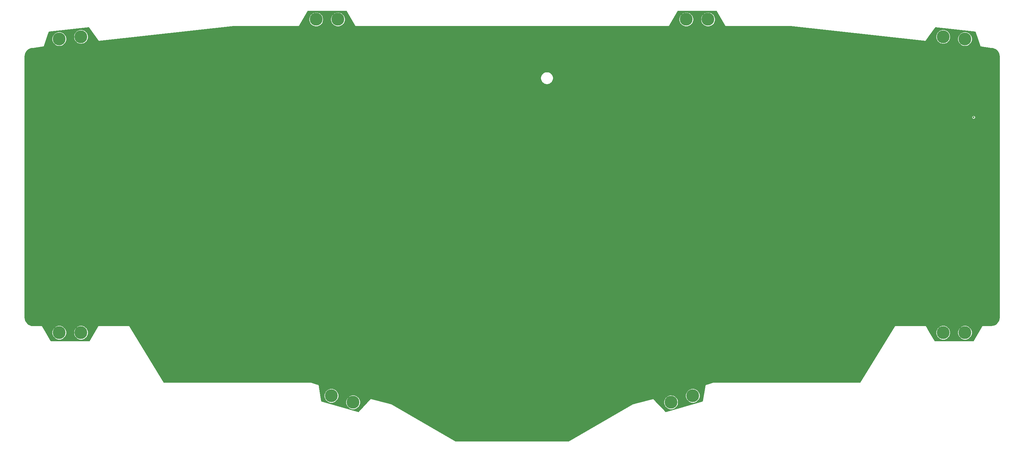
<source format=gbr>
G04 #@! TF.GenerationSoftware,KiCad,Pcbnew,(5.1.4-0)*
G04 #@! TF.CreationDate,2021-11-04T11:38:30-05:00*
G04 #@! TF.ProjectId,bottom_plate,626f7474-6f6d-45f7-906c-6174652e6b69,rev?*
G04 #@! TF.SameCoordinates,Original*
G04 #@! TF.FileFunction,Copper,L2,Bot*
G04 #@! TF.FilePolarity,Positive*
%FSLAX46Y46*%
G04 Gerber Fmt 4.6, Leading zero omitted, Abs format (unit mm)*
G04 Created by KiCad (PCBNEW (5.1.4-0)) date 2021-11-04 11:38:30*
%MOMM*%
%LPD*%
G04 APERTURE LIST*
%ADD10C,3.500000*%
%ADD11C,0.500000*%
%ADD12C,0.254000*%
G04 APERTURE END LIST*
D10*
X247056322Y-176212604D03*
X315517202Y-158948556D03*
X315517202Y-77986124D03*
X251223506Y-73223628D03*
X148234530Y-176212604D03*
X79773650Y-158948556D03*
X144067346Y-73223628D03*
X79773650Y-77986124D03*
X73819060Y-78581436D03*
X73820040Y-158948739D03*
X150019380Y-73223743D03*
X154187295Y-177998755D03*
X245269780Y-73223743D03*
X241102993Y-177998755D03*
X321470256Y-78581436D03*
X321470100Y-158948675D03*
D11*
X323851535Y-100012626D03*
D12*
G36*
X154649938Y-75083138D02*
G01*
X154655967Y-75094418D01*
X154662090Y-75101879D01*
X154667682Y-75109756D01*
X154671571Y-75113431D01*
X154674962Y-75117563D01*
X154682423Y-75123686D01*
X154689444Y-75130321D01*
X154693975Y-75133167D01*
X154698107Y-75136558D01*
X154706612Y-75141104D01*
X154714799Y-75146246D01*
X154719805Y-75148155D01*
X154724513Y-75150672D01*
X154733738Y-75153470D01*
X154742774Y-75156917D01*
X154748056Y-75157813D01*
X154753165Y-75159363D01*
X154762758Y-75160308D01*
X154772294Y-75161926D01*
X154785121Y-75161563D01*
X240507250Y-75161606D01*
X240518557Y-75161926D01*
X240527489Y-75160410D01*
X240537686Y-75159406D01*
X240543117Y-75157759D01*
X240548077Y-75156917D01*
X240556559Y-75153681D01*
X240566338Y-75150715D01*
X240571333Y-75148045D01*
X240576052Y-75146245D01*
X240583774Y-75141396D01*
X240592744Y-75136601D01*
X240597098Y-75133028D01*
X240601408Y-75130321D01*
X240608087Y-75124009D01*
X240615889Y-75117606D01*
X240619437Y-75113283D01*
X240623169Y-75109756D01*
X240628533Y-75102200D01*
X240634884Y-75094461D01*
X240641277Y-75082500D01*
X241816380Y-73026071D01*
X243262780Y-73026071D01*
X243262780Y-73421415D01*
X243339908Y-73809163D01*
X243491200Y-74174414D01*
X243710841Y-74503131D01*
X243990392Y-74782682D01*
X244319109Y-75002323D01*
X244684360Y-75153615D01*
X245072108Y-75230743D01*
X245467452Y-75230743D01*
X245855200Y-75153615D01*
X246220451Y-75002323D01*
X246549168Y-74782682D01*
X246828719Y-74503131D01*
X247048360Y-74174414D01*
X247199652Y-73809163D01*
X247276780Y-73421415D01*
X247276780Y-73026071D01*
X247276758Y-73025956D01*
X249216506Y-73025956D01*
X249216506Y-73421300D01*
X249293634Y-73809048D01*
X249444926Y-74174299D01*
X249664567Y-74503016D01*
X249944118Y-74782567D01*
X250272835Y-75002208D01*
X250638086Y-75153500D01*
X251025834Y-75230628D01*
X251421178Y-75230628D01*
X251808926Y-75153500D01*
X252174177Y-75002208D01*
X252502894Y-74782567D01*
X252782445Y-74503016D01*
X253002086Y-74174299D01*
X253153378Y-73809048D01*
X253230506Y-73421300D01*
X253230506Y-73025956D01*
X253153378Y-72638208D01*
X253002086Y-72272957D01*
X252782445Y-71944240D01*
X252502894Y-71664689D01*
X252174177Y-71445048D01*
X251808926Y-71293756D01*
X251421178Y-71216628D01*
X251025834Y-71216628D01*
X250638086Y-71293756D01*
X250272835Y-71445048D01*
X249944118Y-71664689D01*
X249664567Y-71944240D01*
X249444926Y-72272957D01*
X249293634Y-72638208D01*
X249216506Y-73025956D01*
X247276758Y-73025956D01*
X247199652Y-72638323D01*
X247048360Y-72273072D01*
X246828719Y-71944355D01*
X246549168Y-71664804D01*
X246220451Y-71445163D01*
X245855200Y-71293871D01*
X245467452Y-71216743D01*
X245072108Y-71216743D01*
X244684360Y-71293871D01*
X244319109Y-71445163D01*
X243990392Y-71664804D01*
X243710841Y-71944355D01*
X243491200Y-72273072D01*
X243339908Y-72638323D01*
X243262780Y-73026071D01*
X241816380Y-73026071D01*
X242977347Y-70994380D01*
X253516545Y-70994380D01*
X255852978Y-75083138D01*
X255859007Y-75094418D01*
X255865130Y-75101879D01*
X255870722Y-75109756D01*
X255874611Y-75113431D01*
X255878002Y-75117563D01*
X255885463Y-75123686D01*
X255892484Y-75130321D01*
X255897015Y-75133167D01*
X255901147Y-75136558D01*
X255909652Y-75141104D01*
X255917839Y-75146246D01*
X255922845Y-75148155D01*
X255927553Y-75150672D01*
X255936778Y-75153470D01*
X255945814Y-75156917D01*
X255951096Y-75157813D01*
X255956205Y-75159363D01*
X255965798Y-75160308D01*
X255975334Y-75161926D01*
X255988160Y-75161563D01*
X273836554Y-75161606D01*
X310647164Y-79157259D01*
X310659618Y-79159008D01*
X310669504Y-79158446D01*
X310679390Y-79158544D01*
X310684405Y-79157598D01*
X310689510Y-79157308D01*
X310699092Y-79154829D01*
X310708812Y-79152996D01*
X310713552Y-79151088D01*
X310718498Y-79149808D01*
X310727403Y-79145512D01*
X310736587Y-79141814D01*
X310740868Y-79139014D01*
X310745464Y-79136797D01*
X310753358Y-79130847D01*
X310761647Y-79125427D01*
X310765297Y-79121849D01*
X310769374Y-79118776D01*
X310775960Y-79111396D01*
X310783028Y-79104467D01*
X310790122Y-79094076D01*
X311742874Y-77788452D01*
X313510202Y-77788452D01*
X313510202Y-78183796D01*
X313587330Y-78571544D01*
X313738622Y-78936795D01*
X313958263Y-79265512D01*
X314237814Y-79545063D01*
X314566531Y-79764704D01*
X314931782Y-79915996D01*
X315319530Y-79993124D01*
X315714874Y-79993124D01*
X316102622Y-79915996D01*
X316467873Y-79764704D01*
X316796590Y-79545063D01*
X317076141Y-79265512D01*
X317295782Y-78936795D01*
X317447074Y-78571544D01*
X317484425Y-78383764D01*
X319463256Y-78383764D01*
X319463256Y-78779108D01*
X319540384Y-79166856D01*
X319691676Y-79532107D01*
X319911317Y-79860824D01*
X320190868Y-80140375D01*
X320519585Y-80360016D01*
X320884836Y-80511308D01*
X321272584Y-80588436D01*
X321667928Y-80588436D01*
X322055676Y-80511308D01*
X322420927Y-80360016D01*
X322749644Y-80140375D01*
X323029195Y-79860824D01*
X323248836Y-79532107D01*
X323400128Y-79166856D01*
X323477256Y-78779108D01*
X323477256Y-78383764D01*
X323400128Y-77996016D01*
X323248836Y-77630765D01*
X323029195Y-77302048D01*
X322749644Y-77022497D01*
X322420927Y-76802856D01*
X322055676Y-76651564D01*
X321667928Y-76574436D01*
X321272584Y-76574436D01*
X320884836Y-76651564D01*
X320519585Y-76802856D01*
X320190868Y-77022497D01*
X319911317Y-77302048D01*
X319691676Y-77630765D01*
X319540384Y-77996016D01*
X319463256Y-78383764D01*
X317484425Y-78383764D01*
X317524202Y-78183796D01*
X317524202Y-77788452D01*
X317447074Y-77400704D01*
X317295782Y-77035453D01*
X317076141Y-76706736D01*
X316796590Y-76427185D01*
X316467873Y-76207544D01*
X316102622Y-76056252D01*
X315714874Y-75979124D01*
X315319530Y-75979124D01*
X314931782Y-76056252D01*
X314566531Y-76207544D01*
X314237814Y-76427185D01*
X313958263Y-76706736D01*
X313738622Y-77035453D01*
X313587330Y-77400704D01*
X313510202Y-77788452D01*
X311742874Y-77788452D01*
X313436875Y-75467045D01*
X324253331Y-76647021D01*
X325618176Y-80644069D01*
X325618660Y-80646886D01*
X325622998Y-80658191D01*
X325624498Y-80662583D01*
X325625681Y-80665181D01*
X325629387Y-80674839D01*
X325631868Y-80678772D01*
X325633797Y-80683009D01*
X325639843Y-80691414D01*
X325645362Y-80700163D01*
X325648564Y-80703537D01*
X325651281Y-80707315D01*
X325658853Y-80714382D01*
X325665971Y-80721884D01*
X325669763Y-80724564D01*
X325673170Y-80727744D01*
X325681987Y-80733205D01*
X325690421Y-80739166D01*
X325694663Y-80741055D01*
X325698625Y-80743509D01*
X325708329Y-80747142D01*
X325717772Y-80751347D01*
X325722305Y-80752373D01*
X325726667Y-80754006D01*
X325736893Y-80755675D01*
X325739661Y-80756302D01*
X325744241Y-80756875D01*
X325756217Y-80758830D01*
X325759080Y-80758731D01*
X328596489Y-81113666D01*
X328597069Y-81113789D01*
X328599179Y-81114011D01*
X328599505Y-81114043D01*
X328602599Y-81114430D01*
X328603765Y-81114461D01*
X329046868Y-81157908D01*
X329463238Y-81283617D01*
X329847258Y-81487804D01*
X330184307Y-81762694D01*
X330461539Y-82097811D01*
X330668406Y-82480404D01*
X330797019Y-82895882D01*
X330843234Y-83335591D01*
X330843264Y-83344232D01*
X330843289Y-154774035D01*
X330800116Y-155214340D01*
X330674407Y-155630710D01*
X330470219Y-156014731D01*
X330195330Y-156351779D01*
X329860213Y-156629011D01*
X329477620Y-156835878D01*
X329062142Y-156964491D01*
X328622433Y-157010706D01*
X328613732Y-157010736D01*
X326241322Y-157010801D01*
X326222150Y-157010258D01*
X326210091Y-157012304D01*
X326203017Y-157013001D01*
X326199251Y-157014144D01*
X326192630Y-157015267D01*
X326181292Y-157019592D01*
X326174366Y-157021693D01*
X326170834Y-157023581D01*
X326164655Y-157025938D01*
X326154543Y-157032289D01*
X326147960Y-157035808D01*
X326144763Y-157038432D01*
X326139300Y-157041863D01*
X326130830Y-157049867D01*
X326124816Y-157054803D01*
X326122084Y-157058132D01*
X326117538Y-157062428D01*
X326110998Y-157071641D01*
X326105821Y-157077949D01*
X326101281Y-157086443D01*
X323763361Y-161177804D01*
X313224163Y-161177804D01*
X311837351Y-158750884D01*
X313510202Y-158750884D01*
X313510202Y-159146228D01*
X313587330Y-159533976D01*
X313738622Y-159899227D01*
X313958263Y-160227944D01*
X314237814Y-160507495D01*
X314566531Y-160727136D01*
X314931782Y-160878428D01*
X315319530Y-160955556D01*
X315714874Y-160955556D01*
X316102622Y-160878428D01*
X316467873Y-160727136D01*
X316796590Y-160507495D01*
X317076141Y-160227944D01*
X317295782Y-159899227D01*
X317447074Y-159533976D01*
X317524202Y-159146228D01*
X317524202Y-158751003D01*
X319463100Y-158751003D01*
X319463100Y-159146347D01*
X319540228Y-159534095D01*
X319691520Y-159899346D01*
X319911161Y-160228063D01*
X320190712Y-160507614D01*
X320519429Y-160727255D01*
X320884680Y-160878547D01*
X321272428Y-160955675D01*
X321667772Y-160955675D01*
X322055520Y-160878547D01*
X322420771Y-160727255D01*
X322749488Y-160507614D01*
X323029039Y-160228063D01*
X323248680Y-159899346D01*
X323399972Y-159534095D01*
X323477100Y-159146347D01*
X323477100Y-158751003D01*
X323399972Y-158363255D01*
X323248680Y-157998004D01*
X323029039Y-157669287D01*
X322749488Y-157389736D01*
X322420771Y-157170095D01*
X322055520Y-157018803D01*
X321667772Y-156941675D01*
X321272428Y-156941675D01*
X320884680Y-157018803D01*
X320519429Y-157170095D01*
X320190712Y-157389736D01*
X319911161Y-157669287D01*
X319691520Y-157998004D01*
X319540228Y-158363255D01*
X319463100Y-158751003D01*
X317524202Y-158751003D01*
X317524202Y-158750884D01*
X317447074Y-158363136D01*
X317295782Y-157997885D01*
X317076141Y-157669168D01*
X316796590Y-157389617D01*
X316467873Y-157169976D01*
X316102622Y-157018684D01*
X315714874Y-156941556D01*
X315319530Y-156941556D01*
X314931782Y-157018684D01*
X314566531Y-157169976D01*
X314237814Y-157389617D01*
X313958263Y-157669168D01*
X313738622Y-157997885D01*
X313587330Y-158363136D01*
X313510202Y-158750884D01*
X311837351Y-158750884D01*
X310887751Y-157089086D01*
X310881695Y-157077757D01*
X310875567Y-157070291D01*
X310869985Y-157062428D01*
X310866093Y-157058750D01*
X310862698Y-157054614D01*
X310855244Y-157048497D01*
X310848224Y-157041863D01*
X310843689Y-157039015D01*
X310839552Y-157035620D01*
X310831040Y-157031071D01*
X310822868Y-157025939D01*
X310817865Y-157024031D01*
X310813145Y-157021508D01*
X310803917Y-157018710D01*
X310794893Y-157015267D01*
X310789608Y-157014370D01*
X310784493Y-157012819D01*
X310774899Y-157011874D01*
X310765373Y-157010258D01*
X310752560Y-157010621D01*
X302424635Y-157011160D01*
X302414302Y-157010532D01*
X302402275Y-157012173D01*
X302390214Y-157013362D01*
X302387473Y-157014194D01*
X302384635Y-157014581D01*
X302373172Y-157018533D01*
X302361562Y-157022055D01*
X302359035Y-157023406D01*
X302356328Y-157024339D01*
X302345852Y-157030454D01*
X302335157Y-157036171D01*
X302332944Y-157037987D01*
X302330469Y-157039432D01*
X302321382Y-157047478D01*
X302312014Y-157055167D01*
X302310198Y-157057380D01*
X302308052Y-157059280D01*
X302300707Y-157068947D01*
X302293020Y-157078314D01*
X302288151Y-157087425D01*
X292811555Y-172488732D01*
X252703760Y-172488732D01*
X252696488Y-172489448D01*
X252695430Y-172489454D01*
X252694501Y-172489644D01*
X252681425Y-172490932D01*
X252652773Y-172499623D01*
X252649577Y-172501332D01*
X250516862Y-173160884D01*
X250514081Y-173161276D01*
X250502568Y-173165304D01*
X250498109Y-173166683D01*
X250495546Y-173167761D01*
X250485819Y-173171164D01*
X250481759Y-173173559D01*
X250477421Y-173175383D01*
X250468896Y-173181146D01*
X250460029Y-173186376D01*
X250456518Y-173189513D01*
X250452616Y-173192151D01*
X250445382Y-173199463D01*
X250437702Y-173206326D01*
X250434866Y-173210094D01*
X250431559Y-173213437D01*
X250425894Y-173222015D01*
X250419697Y-173230249D01*
X250417652Y-173234496D01*
X250415059Y-173238422D01*
X250411173Y-173247949D01*
X250406706Y-173257224D01*
X250405530Y-173261783D01*
X250403750Y-173266146D01*
X250401797Y-173276252D01*
X250401099Y-173278956D01*
X250400377Y-173283595D01*
X250398068Y-173295543D01*
X250398083Y-173298344D01*
X249714920Y-177690115D01*
X239696965Y-180538358D01*
X237093769Y-177801083D01*
X239095993Y-177801083D01*
X239095993Y-178196427D01*
X239173121Y-178584175D01*
X239324413Y-178949426D01*
X239544054Y-179278143D01*
X239823605Y-179557694D01*
X240152322Y-179777335D01*
X240517573Y-179928627D01*
X240905321Y-180005755D01*
X241300665Y-180005755D01*
X241688413Y-179928627D01*
X242053664Y-179777335D01*
X242382381Y-179557694D01*
X242661932Y-179278143D01*
X242881573Y-178949426D01*
X243032865Y-178584175D01*
X243109993Y-178196427D01*
X243109993Y-177801083D01*
X243032865Y-177413335D01*
X242881573Y-177048084D01*
X242661932Y-176719367D01*
X242382381Y-176439816D01*
X242053664Y-176220175D01*
X241688413Y-176068883D01*
X241417184Y-176014932D01*
X245049322Y-176014932D01*
X245049322Y-176410276D01*
X245126450Y-176798024D01*
X245277742Y-177163275D01*
X245497383Y-177491992D01*
X245776934Y-177771543D01*
X246105651Y-177991184D01*
X246470902Y-178142476D01*
X246858650Y-178219604D01*
X247253994Y-178219604D01*
X247641742Y-178142476D01*
X248006993Y-177991184D01*
X248335710Y-177771543D01*
X248615261Y-177491992D01*
X248834902Y-177163275D01*
X248986194Y-176798024D01*
X249063322Y-176410276D01*
X249063322Y-176014932D01*
X248986194Y-175627184D01*
X248834902Y-175261933D01*
X248615261Y-174933216D01*
X248335710Y-174653665D01*
X248006993Y-174434024D01*
X247641742Y-174282732D01*
X247253994Y-174205604D01*
X246858650Y-174205604D01*
X246470902Y-174282732D01*
X246105651Y-174434024D01*
X245776934Y-174653665D01*
X245497383Y-174933216D01*
X245277742Y-175261933D01*
X245126450Y-175627184D01*
X245049322Y-176014932D01*
X241417184Y-176014932D01*
X241300665Y-175991755D01*
X240905321Y-175991755D01*
X240517573Y-176068883D01*
X240152322Y-176220175D01*
X239823605Y-176439816D01*
X239544054Y-176719367D01*
X239324413Y-177048084D01*
X239173121Y-177413335D01*
X239095993Y-177801083D01*
X237093769Y-177801083D01*
X236333984Y-177002165D01*
X236324052Y-176991572D01*
X236317502Y-176986884D01*
X236311425Y-176981636D01*
X236305371Y-176978202D01*
X236299704Y-176974146D01*
X236292375Y-176970830D01*
X236285382Y-176966863D01*
X236278775Y-176964676D01*
X236272425Y-176961803D01*
X236264586Y-176959980D01*
X236256957Y-176957455D01*
X236250048Y-176956599D01*
X236243262Y-176955021D01*
X236235220Y-176954762D01*
X236227243Y-176953774D01*
X236220299Y-176954282D01*
X236213336Y-176954058D01*
X236205405Y-176955372D01*
X236197382Y-176955959D01*
X236183511Y-176959789D01*
X230647749Y-178446385D01*
X230635697Y-178449185D01*
X230626498Y-178453344D01*
X230617050Y-178456906D01*
X230606554Y-178463441D01*
X213082618Y-188562390D01*
X182207268Y-188562156D01*
X164683751Y-178463451D01*
X164673209Y-178456891D01*
X164663758Y-178453330D01*
X164654590Y-178449185D01*
X164642559Y-178446389D01*
X159089958Y-176956534D01*
X159076174Y-176952728D01*
X159068142Y-176952140D01*
X159060187Y-176950824D01*
X159053238Y-176951049D01*
X159046312Y-176950542D01*
X159038319Y-176951532D01*
X159030263Y-176951793D01*
X159023496Y-176953368D01*
X159016597Y-176954223D01*
X159008943Y-176956756D01*
X159001101Y-176958582D01*
X158994774Y-176961446D01*
X158988173Y-176963631D01*
X158981161Y-176967609D01*
X158973824Y-176970930D01*
X158968176Y-176974974D01*
X158962130Y-176978404D01*
X158956031Y-176983671D01*
X158949480Y-176988362D01*
X158939666Y-176998834D01*
X155576592Y-180535124D01*
X145558637Y-177686883D01*
X145298556Y-176014932D01*
X146227530Y-176014932D01*
X146227530Y-176410276D01*
X146304658Y-176798024D01*
X146455950Y-177163275D01*
X146675591Y-177491992D01*
X146955142Y-177771543D01*
X147283859Y-177991184D01*
X147649110Y-178142476D01*
X148036858Y-178219604D01*
X148432202Y-178219604D01*
X148819950Y-178142476D01*
X149185201Y-177991184D01*
X149469708Y-177801083D01*
X152180295Y-177801083D01*
X152180295Y-178196427D01*
X152257423Y-178584175D01*
X152408715Y-178949426D01*
X152628356Y-179278143D01*
X152907907Y-179557694D01*
X153236624Y-179777335D01*
X153601875Y-179928627D01*
X153989623Y-180005755D01*
X154384967Y-180005755D01*
X154772715Y-179928627D01*
X155137966Y-179777335D01*
X155466683Y-179557694D01*
X155746234Y-179278143D01*
X155965875Y-178949426D01*
X156117167Y-178584175D01*
X156194295Y-178196427D01*
X156194295Y-177801083D01*
X156117167Y-177413335D01*
X155965875Y-177048084D01*
X155746234Y-176719367D01*
X155466683Y-176439816D01*
X155137966Y-176220175D01*
X154772715Y-176068883D01*
X154384967Y-175991755D01*
X153989623Y-175991755D01*
X153601875Y-176068883D01*
X153236624Y-176220175D01*
X152907907Y-176439816D01*
X152628356Y-176719367D01*
X152408715Y-177048084D01*
X152257423Y-177413335D01*
X152180295Y-177801083D01*
X149469708Y-177801083D01*
X149513918Y-177771543D01*
X149793469Y-177491992D01*
X150013110Y-177163275D01*
X150164402Y-176798024D01*
X150241530Y-176410276D01*
X150241530Y-176014932D01*
X150164402Y-175627184D01*
X150013110Y-175261933D01*
X149793469Y-174933216D01*
X149513918Y-174653665D01*
X149185201Y-174434024D01*
X148819950Y-174282732D01*
X148432202Y-174205604D01*
X148036858Y-174205604D01*
X147649110Y-174282732D01*
X147283859Y-174434024D01*
X146955142Y-174653665D01*
X146675591Y-174933216D01*
X146455950Y-175261933D01*
X146304658Y-175627184D01*
X146227530Y-176014932D01*
X145298556Y-176014932D01*
X144875485Y-173295198D01*
X144875503Y-173292477D01*
X144873188Y-173280429D01*
X144872456Y-173275724D01*
X144871781Y-173273109D01*
X144869853Y-173263074D01*
X144868045Y-173258628D01*
X144866849Y-173253992D01*
X144862424Y-173244803D01*
X144858575Y-173235338D01*
X144855937Y-173231334D01*
X144853858Y-173227017D01*
X144847720Y-173218862D01*
X144842102Y-173210334D01*
X144838735Y-173206923D01*
X144835853Y-173203094D01*
X144828241Y-173196292D01*
X144821068Y-173189026D01*
X144817098Y-173186336D01*
X144813526Y-173183144D01*
X144804742Y-173177963D01*
X144796282Y-173172230D01*
X144791861Y-173170365D01*
X144787736Y-173167932D01*
X144778105Y-173164562D01*
X144775603Y-173163507D01*
X144771035Y-173162089D01*
X144759474Y-173158044D01*
X144756784Y-173157664D01*
X142637949Y-172499857D01*
X142637512Y-172499623D01*
X142623773Y-172495456D01*
X142617007Y-172493355D01*
X142616513Y-172493253D01*
X142608860Y-172490932D01*
X142601884Y-172490245D01*
X142595024Y-172488834D01*
X142587032Y-172488782D01*
X142586525Y-172488732D01*
X142579380Y-172488732D01*
X142565084Y-172488639D01*
X142564598Y-172488732D01*
X102479116Y-172489350D01*
X93001012Y-157087431D01*
X92996138Y-157078311D01*
X92988433Y-157068922D01*
X92981101Y-157059274D01*
X92978962Y-157057380D01*
X92977144Y-157055165D01*
X92967758Y-157047461D01*
X92958683Y-157039427D01*
X92956213Y-157037986D01*
X92954000Y-157036169D01*
X92943303Y-157030451D01*
X92932824Y-157024335D01*
X92930117Y-157023402D01*
X92927595Y-157022054D01*
X92915992Y-157018534D01*
X92904516Y-157014579D01*
X92901679Y-157014192D01*
X92898943Y-157013362D01*
X92886881Y-157012173D01*
X92874849Y-157010532D01*
X92864524Y-157011160D01*
X84544654Y-157010801D01*
X84525478Y-157010258D01*
X84513427Y-157012303D01*
X84506356Y-157012999D01*
X84502587Y-157014142D01*
X84495958Y-157015267D01*
X84484626Y-157019590D01*
X84477704Y-157021689D01*
X84474168Y-157023579D01*
X84467983Y-157025938D01*
X84457877Y-157032285D01*
X84451297Y-157035802D01*
X84448097Y-157038428D01*
X84442628Y-157041863D01*
X84434163Y-157049863D01*
X84428151Y-157054796D01*
X84425416Y-157058128D01*
X84420866Y-157062428D01*
X84414330Y-157071635D01*
X84409155Y-157077940D01*
X84404615Y-157086433D01*
X82066689Y-161177804D01*
X71527491Y-161177804D01*
X70140784Y-158751067D01*
X71813040Y-158751067D01*
X71813040Y-159146411D01*
X71890168Y-159534159D01*
X72041460Y-159899410D01*
X72261101Y-160228127D01*
X72540652Y-160507678D01*
X72869369Y-160727319D01*
X73234620Y-160878611D01*
X73622368Y-160955739D01*
X74017712Y-160955739D01*
X74405460Y-160878611D01*
X74770711Y-160727319D01*
X75099428Y-160507678D01*
X75378979Y-160228127D01*
X75598620Y-159899410D01*
X75749912Y-159534159D01*
X75827040Y-159146411D01*
X75827040Y-158751067D01*
X75827004Y-158750884D01*
X77766650Y-158750884D01*
X77766650Y-159146228D01*
X77843778Y-159533976D01*
X77995070Y-159899227D01*
X78214711Y-160227944D01*
X78494262Y-160507495D01*
X78822979Y-160727136D01*
X79188230Y-160878428D01*
X79575978Y-160955556D01*
X79971322Y-160955556D01*
X80359070Y-160878428D01*
X80724321Y-160727136D01*
X81053038Y-160507495D01*
X81332589Y-160227944D01*
X81552230Y-159899227D01*
X81703522Y-159533976D01*
X81780650Y-159146228D01*
X81780650Y-158750884D01*
X81703522Y-158363136D01*
X81552230Y-157997885D01*
X81332589Y-157669168D01*
X81053038Y-157389617D01*
X80724321Y-157169976D01*
X80359070Y-157018684D01*
X79971322Y-156941556D01*
X79575978Y-156941556D01*
X79188230Y-157018684D01*
X78822979Y-157169976D01*
X78494262Y-157389617D01*
X78214711Y-157669168D01*
X77995070Y-157997885D01*
X77843778Y-158363136D01*
X77766650Y-158750884D01*
X75827004Y-158750884D01*
X75749912Y-158363319D01*
X75598620Y-157998068D01*
X75378979Y-157669351D01*
X75099428Y-157389800D01*
X74770711Y-157170159D01*
X74405460Y-157018867D01*
X74017712Y-156941739D01*
X73622368Y-156941739D01*
X73234620Y-157018867D01*
X72869369Y-157170159D01*
X72540652Y-157389800D01*
X72261101Y-157669351D01*
X72041460Y-157998068D01*
X71890168Y-158363319D01*
X71813040Y-158751067D01*
X70140784Y-158751067D01*
X69191062Y-157089055D01*
X69185009Y-157077737D01*
X69178889Y-157070283D01*
X69173313Y-157062428D01*
X69169415Y-157058744D01*
X69166009Y-157054596D01*
X69158556Y-157048482D01*
X69151552Y-157041863D01*
X69147011Y-157039011D01*
X69142860Y-157035606D01*
X69134352Y-157031061D01*
X69126196Y-157025939D01*
X69121185Y-157024027D01*
X69116450Y-157021498D01*
X69107230Y-157018704D01*
X69098221Y-157015267D01*
X69092925Y-157014368D01*
X69087796Y-157012814D01*
X69078216Y-157011873D01*
X69068701Y-157010258D01*
X69055869Y-157010621D01*
X66682705Y-157011159D01*
X66242424Y-156967988D01*
X65826054Y-156842279D01*
X65442033Y-156638091D01*
X65104985Y-156363202D01*
X64827753Y-156028085D01*
X64620886Y-155645492D01*
X64492273Y-155230014D01*
X64446058Y-154790305D01*
X64446027Y-154781378D01*
X64446019Y-154781299D01*
X64446025Y-99962691D01*
X323344535Y-99962691D01*
X323344535Y-100062561D01*
X323364019Y-100160512D01*
X323402238Y-100252780D01*
X323457723Y-100335820D01*
X323528341Y-100406438D01*
X323611381Y-100461923D01*
X323703649Y-100500142D01*
X323801600Y-100519626D01*
X323901470Y-100519626D01*
X323999421Y-100500142D01*
X324091689Y-100461923D01*
X324174729Y-100406438D01*
X324245347Y-100335820D01*
X324300832Y-100252780D01*
X324339051Y-100160512D01*
X324358535Y-100062561D01*
X324358535Y-99962691D01*
X324339051Y-99864740D01*
X324300832Y-99772472D01*
X324245347Y-99689432D01*
X324174729Y-99618814D01*
X324091689Y-99563329D01*
X323999421Y-99525110D01*
X323901470Y-99505626D01*
X323801600Y-99505626D01*
X323703649Y-99525110D01*
X323611381Y-99563329D01*
X323528341Y-99618814D01*
X323457723Y-99689432D01*
X323402238Y-99772472D01*
X323364019Y-99864740D01*
X323344535Y-99962691D01*
X64446025Y-99962691D01*
X64446027Y-89124003D01*
X205413418Y-89124003D01*
X205413418Y-89470101D01*
X205480939Y-89809550D01*
X205613385Y-90129303D01*
X205805667Y-90417074D01*
X206050396Y-90661803D01*
X206338167Y-90854085D01*
X206657920Y-90986531D01*
X206997369Y-91054052D01*
X207343467Y-91054052D01*
X207682916Y-90986531D01*
X208002669Y-90854085D01*
X208290440Y-90661803D01*
X208535169Y-90417074D01*
X208727451Y-90129303D01*
X208859897Y-89809550D01*
X208927418Y-89470101D01*
X208927418Y-89124003D01*
X208859897Y-88784554D01*
X208727451Y-88464801D01*
X208535169Y-88177030D01*
X208290440Y-87932301D01*
X208002669Y-87740019D01*
X207682916Y-87607573D01*
X207343467Y-87540052D01*
X206997369Y-87540052D01*
X206657920Y-87607573D01*
X206338167Y-87740019D01*
X206050396Y-87932301D01*
X205805667Y-88177030D01*
X205613385Y-88464801D01*
X205480939Y-88784554D01*
X205413418Y-89124003D01*
X64446027Y-89124003D01*
X64446028Y-83351427D01*
X64489200Y-82911132D01*
X64614909Y-82494762D01*
X64819096Y-82110742D01*
X65093986Y-81773693D01*
X65429103Y-81496461D01*
X65811696Y-81289594D01*
X66227174Y-81160981D01*
X66664167Y-81115052D01*
X66664308Y-81115076D01*
X66686742Y-81114486D01*
X69530275Y-80758787D01*
X69533124Y-80758885D01*
X69545055Y-80756938D01*
X69549681Y-80756359D01*
X69552473Y-80755727D01*
X69562674Y-80754062D01*
X69567028Y-80752432D01*
X69571570Y-80751404D01*
X69581032Y-80747190D01*
X69590716Y-80743565D01*
X69594670Y-80741116D01*
X69598921Y-80739223D01*
X69607373Y-80733249D01*
X69616171Y-80727800D01*
X69619571Y-80724627D01*
X69623371Y-80721941D01*
X69630500Y-80714427D01*
X69638061Y-80707371D01*
X69640775Y-80703598D01*
X69643980Y-80700220D01*
X69649509Y-80691455D01*
X69655544Y-80683065D01*
X69657469Y-80678838D01*
X69659955Y-80674896D01*
X69663669Y-80665217D01*
X69664843Y-80662639D01*
X69666332Y-80658279D01*
X69670682Y-80646943D01*
X69671167Y-80644119D01*
X70442995Y-78383764D01*
X71812060Y-78383764D01*
X71812060Y-78779108D01*
X71889188Y-79166856D01*
X72040480Y-79532107D01*
X72260121Y-79860824D01*
X72539672Y-80140375D01*
X72868389Y-80360016D01*
X73233640Y-80511308D01*
X73621388Y-80588436D01*
X74016732Y-80588436D01*
X74404480Y-80511308D01*
X74769731Y-80360016D01*
X75098448Y-80140375D01*
X75377999Y-79860824D01*
X75597640Y-79532107D01*
X75748932Y-79166856D01*
X75826060Y-78779108D01*
X75826060Y-78383764D01*
X75748932Y-77996016D01*
X75662957Y-77788452D01*
X77766650Y-77788452D01*
X77766650Y-78183796D01*
X77843778Y-78571544D01*
X77995070Y-78936795D01*
X78214711Y-79265512D01*
X78494262Y-79545063D01*
X78822979Y-79764704D01*
X79188230Y-79915996D01*
X79575978Y-79993124D01*
X79971322Y-79993124D01*
X80359070Y-79915996D01*
X80724321Y-79764704D01*
X81053038Y-79545063D01*
X81332589Y-79265512D01*
X81552230Y-78936795D01*
X81703522Y-78571544D01*
X81780650Y-78183796D01*
X81780650Y-77788452D01*
X81703522Y-77400704D01*
X81552230Y-77035453D01*
X81332589Y-76706736D01*
X81053038Y-76427185D01*
X80724321Y-76207544D01*
X80359070Y-76056252D01*
X79971322Y-75979124D01*
X79575978Y-75979124D01*
X79188230Y-76056252D01*
X78822979Y-76207544D01*
X78494262Y-76427185D01*
X78214711Y-76706736D01*
X77995070Y-77035453D01*
X77843778Y-77400704D01*
X77766650Y-77788452D01*
X75662957Y-77788452D01*
X75597640Y-77630765D01*
X75377999Y-77302048D01*
X75098448Y-77022497D01*
X74769731Y-76802856D01*
X74404480Y-76651564D01*
X74016732Y-76574436D01*
X73621388Y-76574436D01*
X73233640Y-76651564D01*
X72868389Y-76802856D01*
X72539672Y-77022497D01*
X72260121Y-77302048D01*
X72040480Y-77630765D01*
X71889188Y-77996016D01*
X71812060Y-78383764D01*
X70442995Y-78383764D01*
X71036011Y-76647077D01*
X81852469Y-75467102D01*
X84499241Y-79094162D01*
X84506314Y-79104523D01*
X84513372Y-79111442D01*
X84519967Y-79118832D01*
X84524052Y-79121911D01*
X84527696Y-79125483D01*
X84535972Y-79130895D01*
X84543877Y-79136853D01*
X84548477Y-79139073D01*
X84552755Y-79141870D01*
X84561933Y-79145565D01*
X84570843Y-79149864D01*
X84575791Y-79151144D01*
X84580530Y-79153052D01*
X84590245Y-79154884D01*
X84599831Y-79157364D01*
X84604938Y-79157654D01*
X84609953Y-79158600D01*
X84619838Y-79158502D01*
X84629724Y-79159064D01*
X84642178Y-79157315D01*
X121453313Y-75161606D01*
X139304210Y-75161606D01*
X139315517Y-75161926D01*
X139324448Y-75160411D01*
X139334647Y-75159406D01*
X139340079Y-75157758D01*
X139345037Y-75156917D01*
X139353515Y-75153683D01*
X139363299Y-75150715D01*
X139368296Y-75148044D01*
X139373012Y-75146245D01*
X139380728Y-75141399D01*
X139389705Y-75136601D01*
X139394062Y-75133025D01*
X139398368Y-75130321D01*
X139405041Y-75124015D01*
X139412850Y-75117606D01*
X139416401Y-75113279D01*
X139420129Y-75109756D01*
X139425486Y-75102209D01*
X139431845Y-75094461D01*
X139438253Y-75082473D01*
X140613406Y-73025956D01*
X142060346Y-73025956D01*
X142060346Y-73421300D01*
X142137474Y-73809048D01*
X142288766Y-74174299D01*
X142508407Y-74503016D01*
X142787958Y-74782567D01*
X143116675Y-75002208D01*
X143481926Y-75153500D01*
X143869674Y-75230628D01*
X144265018Y-75230628D01*
X144652766Y-75153500D01*
X145018017Y-75002208D01*
X145346734Y-74782567D01*
X145626285Y-74503016D01*
X145845926Y-74174299D01*
X145997218Y-73809048D01*
X146074346Y-73421300D01*
X146074346Y-73026071D01*
X148012380Y-73026071D01*
X148012380Y-73421415D01*
X148089508Y-73809163D01*
X148240800Y-74174414D01*
X148460441Y-74503131D01*
X148739992Y-74782682D01*
X149068709Y-75002323D01*
X149433960Y-75153615D01*
X149821708Y-75230743D01*
X150217052Y-75230743D01*
X150604800Y-75153615D01*
X150970051Y-75002323D01*
X151298768Y-74782682D01*
X151578319Y-74503131D01*
X151797960Y-74174414D01*
X151949252Y-73809163D01*
X152026380Y-73421415D01*
X152026380Y-73026071D01*
X151949252Y-72638323D01*
X151797960Y-72273072D01*
X151578319Y-71944355D01*
X151298768Y-71664804D01*
X150970051Y-71445163D01*
X150604800Y-71293871D01*
X150217052Y-71216743D01*
X149821708Y-71216743D01*
X149433960Y-71293871D01*
X149068709Y-71445163D01*
X148739992Y-71664804D01*
X148460441Y-71944355D01*
X148240800Y-72273072D01*
X148089508Y-72638323D01*
X148012380Y-73026071D01*
X146074346Y-73026071D01*
X146074346Y-73025956D01*
X145997218Y-72638208D01*
X145845926Y-72272957D01*
X145626285Y-71944240D01*
X145346734Y-71664689D01*
X145018017Y-71445048D01*
X144652766Y-71293756D01*
X144265018Y-71216628D01*
X143869674Y-71216628D01*
X143481926Y-71293756D01*
X143116675Y-71445048D01*
X142787958Y-71664689D01*
X142508407Y-71944240D01*
X142288766Y-72272957D01*
X142137474Y-72638208D01*
X142060346Y-73025956D01*
X140613406Y-73025956D01*
X141774307Y-70994380D01*
X152313505Y-70994380D01*
X154649938Y-75083138D01*
X154649938Y-75083138D01*
G37*
X154649938Y-75083138D02*
X154655967Y-75094418D01*
X154662090Y-75101879D01*
X154667682Y-75109756D01*
X154671571Y-75113431D01*
X154674962Y-75117563D01*
X154682423Y-75123686D01*
X154689444Y-75130321D01*
X154693975Y-75133167D01*
X154698107Y-75136558D01*
X154706612Y-75141104D01*
X154714799Y-75146246D01*
X154719805Y-75148155D01*
X154724513Y-75150672D01*
X154733738Y-75153470D01*
X154742774Y-75156917D01*
X154748056Y-75157813D01*
X154753165Y-75159363D01*
X154762758Y-75160308D01*
X154772294Y-75161926D01*
X154785121Y-75161563D01*
X240507250Y-75161606D01*
X240518557Y-75161926D01*
X240527489Y-75160410D01*
X240537686Y-75159406D01*
X240543117Y-75157759D01*
X240548077Y-75156917D01*
X240556559Y-75153681D01*
X240566338Y-75150715D01*
X240571333Y-75148045D01*
X240576052Y-75146245D01*
X240583774Y-75141396D01*
X240592744Y-75136601D01*
X240597098Y-75133028D01*
X240601408Y-75130321D01*
X240608087Y-75124009D01*
X240615889Y-75117606D01*
X240619437Y-75113283D01*
X240623169Y-75109756D01*
X240628533Y-75102200D01*
X240634884Y-75094461D01*
X240641277Y-75082500D01*
X241816380Y-73026071D01*
X243262780Y-73026071D01*
X243262780Y-73421415D01*
X243339908Y-73809163D01*
X243491200Y-74174414D01*
X243710841Y-74503131D01*
X243990392Y-74782682D01*
X244319109Y-75002323D01*
X244684360Y-75153615D01*
X245072108Y-75230743D01*
X245467452Y-75230743D01*
X245855200Y-75153615D01*
X246220451Y-75002323D01*
X246549168Y-74782682D01*
X246828719Y-74503131D01*
X247048360Y-74174414D01*
X247199652Y-73809163D01*
X247276780Y-73421415D01*
X247276780Y-73026071D01*
X247276758Y-73025956D01*
X249216506Y-73025956D01*
X249216506Y-73421300D01*
X249293634Y-73809048D01*
X249444926Y-74174299D01*
X249664567Y-74503016D01*
X249944118Y-74782567D01*
X250272835Y-75002208D01*
X250638086Y-75153500D01*
X251025834Y-75230628D01*
X251421178Y-75230628D01*
X251808926Y-75153500D01*
X252174177Y-75002208D01*
X252502894Y-74782567D01*
X252782445Y-74503016D01*
X253002086Y-74174299D01*
X253153378Y-73809048D01*
X253230506Y-73421300D01*
X253230506Y-73025956D01*
X253153378Y-72638208D01*
X253002086Y-72272957D01*
X252782445Y-71944240D01*
X252502894Y-71664689D01*
X252174177Y-71445048D01*
X251808926Y-71293756D01*
X251421178Y-71216628D01*
X251025834Y-71216628D01*
X250638086Y-71293756D01*
X250272835Y-71445048D01*
X249944118Y-71664689D01*
X249664567Y-71944240D01*
X249444926Y-72272957D01*
X249293634Y-72638208D01*
X249216506Y-73025956D01*
X247276758Y-73025956D01*
X247199652Y-72638323D01*
X247048360Y-72273072D01*
X246828719Y-71944355D01*
X246549168Y-71664804D01*
X246220451Y-71445163D01*
X245855200Y-71293871D01*
X245467452Y-71216743D01*
X245072108Y-71216743D01*
X244684360Y-71293871D01*
X244319109Y-71445163D01*
X243990392Y-71664804D01*
X243710841Y-71944355D01*
X243491200Y-72273072D01*
X243339908Y-72638323D01*
X243262780Y-73026071D01*
X241816380Y-73026071D01*
X242977347Y-70994380D01*
X253516545Y-70994380D01*
X255852978Y-75083138D01*
X255859007Y-75094418D01*
X255865130Y-75101879D01*
X255870722Y-75109756D01*
X255874611Y-75113431D01*
X255878002Y-75117563D01*
X255885463Y-75123686D01*
X255892484Y-75130321D01*
X255897015Y-75133167D01*
X255901147Y-75136558D01*
X255909652Y-75141104D01*
X255917839Y-75146246D01*
X255922845Y-75148155D01*
X255927553Y-75150672D01*
X255936778Y-75153470D01*
X255945814Y-75156917D01*
X255951096Y-75157813D01*
X255956205Y-75159363D01*
X255965798Y-75160308D01*
X255975334Y-75161926D01*
X255988160Y-75161563D01*
X273836554Y-75161606D01*
X310647164Y-79157259D01*
X310659618Y-79159008D01*
X310669504Y-79158446D01*
X310679390Y-79158544D01*
X310684405Y-79157598D01*
X310689510Y-79157308D01*
X310699092Y-79154829D01*
X310708812Y-79152996D01*
X310713552Y-79151088D01*
X310718498Y-79149808D01*
X310727403Y-79145512D01*
X310736587Y-79141814D01*
X310740868Y-79139014D01*
X310745464Y-79136797D01*
X310753358Y-79130847D01*
X310761647Y-79125427D01*
X310765297Y-79121849D01*
X310769374Y-79118776D01*
X310775960Y-79111396D01*
X310783028Y-79104467D01*
X310790122Y-79094076D01*
X311742874Y-77788452D01*
X313510202Y-77788452D01*
X313510202Y-78183796D01*
X313587330Y-78571544D01*
X313738622Y-78936795D01*
X313958263Y-79265512D01*
X314237814Y-79545063D01*
X314566531Y-79764704D01*
X314931782Y-79915996D01*
X315319530Y-79993124D01*
X315714874Y-79993124D01*
X316102622Y-79915996D01*
X316467873Y-79764704D01*
X316796590Y-79545063D01*
X317076141Y-79265512D01*
X317295782Y-78936795D01*
X317447074Y-78571544D01*
X317484425Y-78383764D01*
X319463256Y-78383764D01*
X319463256Y-78779108D01*
X319540384Y-79166856D01*
X319691676Y-79532107D01*
X319911317Y-79860824D01*
X320190868Y-80140375D01*
X320519585Y-80360016D01*
X320884836Y-80511308D01*
X321272584Y-80588436D01*
X321667928Y-80588436D01*
X322055676Y-80511308D01*
X322420927Y-80360016D01*
X322749644Y-80140375D01*
X323029195Y-79860824D01*
X323248836Y-79532107D01*
X323400128Y-79166856D01*
X323477256Y-78779108D01*
X323477256Y-78383764D01*
X323400128Y-77996016D01*
X323248836Y-77630765D01*
X323029195Y-77302048D01*
X322749644Y-77022497D01*
X322420927Y-76802856D01*
X322055676Y-76651564D01*
X321667928Y-76574436D01*
X321272584Y-76574436D01*
X320884836Y-76651564D01*
X320519585Y-76802856D01*
X320190868Y-77022497D01*
X319911317Y-77302048D01*
X319691676Y-77630765D01*
X319540384Y-77996016D01*
X319463256Y-78383764D01*
X317484425Y-78383764D01*
X317524202Y-78183796D01*
X317524202Y-77788452D01*
X317447074Y-77400704D01*
X317295782Y-77035453D01*
X317076141Y-76706736D01*
X316796590Y-76427185D01*
X316467873Y-76207544D01*
X316102622Y-76056252D01*
X315714874Y-75979124D01*
X315319530Y-75979124D01*
X314931782Y-76056252D01*
X314566531Y-76207544D01*
X314237814Y-76427185D01*
X313958263Y-76706736D01*
X313738622Y-77035453D01*
X313587330Y-77400704D01*
X313510202Y-77788452D01*
X311742874Y-77788452D01*
X313436875Y-75467045D01*
X324253331Y-76647021D01*
X325618176Y-80644069D01*
X325618660Y-80646886D01*
X325622998Y-80658191D01*
X325624498Y-80662583D01*
X325625681Y-80665181D01*
X325629387Y-80674839D01*
X325631868Y-80678772D01*
X325633797Y-80683009D01*
X325639843Y-80691414D01*
X325645362Y-80700163D01*
X325648564Y-80703537D01*
X325651281Y-80707315D01*
X325658853Y-80714382D01*
X325665971Y-80721884D01*
X325669763Y-80724564D01*
X325673170Y-80727744D01*
X325681987Y-80733205D01*
X325690421Y-80739166D01*
X325694663Y-80741055D01*
X325698625Y-80743509D01*
X325708329Y-80747142D01*
X325717772Y-80751347D01*
X325722305Y-80752373D01*
X325726667Y-80754006D01*
X325736893Y-80755675D01*
X325739661Y-80756302D01*
X325744241Y-80756875D01*
X325756217Y-80758830D01*
X325759080Y-80758731D01*
X328596489Y-81113666D01*
X328597069Y-81113789D01*
X328599179Y-81114011D01*
X328599505Y-81114043D01*
X328602599Y-81114430D01*
X328603765Y-81114461D01*
X329046868Y-81157908D01*
X329463238Y-81283617D01*
X329847258Y-81487804D01*
X330184307Y-81762694D01*
X330461539Y-82097811D01*
X330668406Y-82480404D01*
X330797019Y-82895882D01*
X330843234Y-83335591D01*
X330843264Y-83344232D01*
X330843289Y-154774035D01*
X330800116Y-155214340D01*
X330674407Y-155630710D01*
X330470219Y-156014731D01*
X330195330Y-156351779D01*
X329860213Y-156629011D01*
X329477620Y-156835878D01*
X329062142Y-156964491D01*
X328622433Y-157010706D01*
X328613732Y-157010736D01*
X326241322Y-157010801D01*
X326222150Y-157010258D01*
X326210091Y-157012304D01*
X326203017Y-157013001D01*
X326199251Y-157014144D01*
X326192630Y-157015267D01*
X326181292Y-157019592D01*
X326174366Y-157021693D01*
X326170834Y-157023581D01*
X326164655Y-157025938D01*
X326154543Y-157032289D01*
X326147960Y-157035808D01*
X326144763Y-157038432D01*
X326139300Y-157041863D01*
X326130830Y-157049867D01*
X326124816Y-157054803D01*
X326122084Y-157058132D01*
X326117538Y-157062428D01*
X326110998Y-157071641D01*
X326105821Y-157077949D01*
X326101281Y-157086443D01*
X323763361Y-161177804D01*
X313224163Y-161177804D01*
X311837351Y-158750884D01*
X313510202Y-158750884D01*
X313510202Y-159146228D01*
X313587330Y-159533976D01*
X313738622Y-159899227D01*
X313958263Y-160227944D01*
X314237814Y-160507495D01*
X314566531Y-160727136D01*
X314931782Y-160878428D01*
X315319530Y-160955556D01*
X315714874Y-160955556D01*
X316102622Y-160878428D01*
X316467873Y-160727136D01*
X316796590Y-160507495D01*
X317076141Y-160227944D01*
X317295782Y-159899227D01*
X317447074Y-159533976D01*
X317524202Y-159146228D01*
X317524202Y-158751003D01*
X319463100Y-158751003D01*
X319463100Y-159146347D01*
X319540228Y-159534095D01*
X319691520Y-159899346D01*
X319911161Y-160228063D01*
X320190712Y-160507614D01*
X320519429Y-160727255D01*
X320884680Y-160878547D01*
X321272428Y-160955675D01*
X321667772Y-160955675D01*
X322055520Y-160878547D01*
X322420771Y-160727255D01*
X322749488Y-160507614D01*
X323029039Y-160228063D01*
X323248680Y-159899346D01*
X323399972Y-159534095D01*
X323477100Y-159146347D01*
X323477100Y-158751003D01*
X323399972Y-158363255D01*
X323248680Y-157998004D01*
X323029039Y-157669287D01*
X322749488Y-157389736D01*
X322420771Y-157170095D01*
X322055520Y-157018803D01*
X321667772Y-156941675D01*
X321272428Y-156941675D01*
X320884680Y-157018803D01*
X320519429Y-157170095D01*
X320190712Y-157389736D01*
X319911161Y-157669287D01*
X319691520Y-157998004D01*
X319540228Y-158363255D01*
X319463100Y-158751003D01*
X317524202Y-158751003D01*
X317524202Y-158750884D01*
X317447074Y-158363136D01*
X317295782Y-157997885D01*
X317076141Y-157669168D01*
X316796590Y-157389617D01*
X316467873Y-157169976D01*
X316102622Y-157018684D01*
X315714874Y-156941556D01*
X315319530Y-156941556D01*
X314931782Y-157018684D01*
X314566531Y-157169976D01*
X314237814Y-157389617D01*
X313958263Y-157669168D01*
X313738622Y-157997885D01*
X313587330Y-158363136D01*
X313510202Y-158750884D01*
X311837351Y-158750884D01*
X310887751Y-157089086D01*
X310881695Y-157077757D01*
X310875567Y-157070291D01*
X310869985Y-157062428D01*
X310866093Y-157058750D01*
X310862698Y-157054614D01*
X310855244Y-157048497D01*
X310848224Y-157041863D01*
X310843689Y-157039015D01*
X310839552Y-157035620D01*
X310831040Y-157031071D01*
X310822868Y-157025939D01*
X310817865Y-157024031D01*
X310813145Y-157021508D01*
X310803917Y-157018710D01*
X310794893Y-157015267D01*
X310789608Y-157014370D01*
X310784493Y-157012819D01*
X310774899Y-157011874D01*
X310765373Y-157010258D01*
X310752560Y-157010621D01*
X302424635Y-157011160D01*
X302414302Y-157010532D01*
X302402275Y-157012173D01*
X302390214Y-157013362D01*
X302387473Y-157014194D01*
X302384635Y-157014581D01*
X302373172Y-157018533D01*
X302361562Y-157022055D01*
X302359035Y-157023406D01*
X302356328Y-157024339D01*
X302345852Y-157030454D01*
X302335157Y-157036171D01*
X302332944Y-157037987D01*
X302330469Y-157039432D01*
X302321382Y-157047478D01*
X302312014Y-157055167D01*
X302310198Y-157057380D01*
X302308052Y-157059280D01*
X302300707Y-157068947D01*
X302293020Y-157078314D01*
X302288151Y-157087425D01*
X292811555Y-172488732D01*
X252703760Y-172488732D01*
X252696488Y-172489448D01*
X252695430Y-172489454D01*
X252694501Y-172489644D01*
X252681425Y-172490932D01*
X252652773Y-172499623D01*
X252649577Y-172501332D01*
X250516862Y-173160884D01*
X250514081Y-173161276D01*
X250502568Y-173165304D01*
X250498109Y-173166683D01*
X250495546Y-173167761D01*
X250485819Y-173171164D01*
X250481759Y-173173559D01*
X250477421Y-173175383D01*
X250468896Y-173181146D01*
X250460029Y-173186376D01*
X250456518Y-173189513D01*
X250452616Y-173192151D01*
X250445382Y-173199463D01*
X250437702Y-173206326D01*
X250434866Y-173210094D01*
X250431559Y-173213437D01*
X250425894Y-173222015D01*
X250419697Y-173230249D01*
X250417652Y-173234496D01*
X250415059Y-173238422D01*
X250411173Y-173247949D01*
X250406706Y-173257224D01*
X250405530Y-173261783D01*
X250403750Y-173266146D01*
X250401797Y-173276252D01*
X250401099Y-173278956D01*
X250400377Y-173283595D01*
X250398068Y-173295543D01*
X250398083Y-173298344D01*
X249714920Y-177690115D01*
X239696965Y-180538358D01*
X237093769Y-177801083D01*
X239095993Y-177801083D01*
X239095993Y-178196427D01*
X239173121Y-178584175D01*
X239324413Y-178949426D01*
X239544054Y-179278143D01*
X239823605Y-179557694D01*
X240152322Y-179777335D01*
X240517573Y-179928627D01*
X240905321Y-180005755D01*
X241300665Y-180005755D01*
X241688413Y-179928627D01*
X242053664Y-179777335D01*
X242382381Y-179557694D01*
X242661932Y-179278143D01*
X242881573Y-178949426D01*
X243032865Y-178584175D01*
X243109993Y-178196427D01*
X243109993Y-177801083D01*
X243032865Y-177413335D01*
X242881573Y-177048084D01*
X242661932Y-176719367D01*
X242382381Y-176439816D01*
X242053664Y-176220175D01*
X241688413Y-176068883D01*
X241417184Y-176014932D01*
X245049322Y-176014932D01*
X245049322Y-176410276D01*
X245126450Y-176798024D01*
X245277742Y-177163275D01*
X245497383Y-177491992D01*
X245776934Y-177771543D01*
X246105651Y-177991184D01*
X246470902Y-178142476D01*
X246858650Y-178219604D01*
X247253994Y-178219604D01*
X247641742Y-178142476D01*
X248006993Y-177991184D01*
X248335710Y-177771543D01*
X248615261Y-177491992D01*
X248834902Y-177163275D01*
X248986194Y-176798024D01*
X249063322Y-176410276D01*
X249063322Y-176014932D01*
X248986194Y-175627184D01*
X248834902Y-175261933D01*
X248615261Y-174933216D01*
X248335710Y-174653665D01*
X248006993Y-174434024D01*
X247641742Y-174282732D01*
X247253994Y-174205604D01*
X246858650Y-174205604D01*
X246470902Y-174282732D01*
X246105651Y-174434024D01*
X245776934Y-174653665D01*
X245497383Y-174933216D01*
X245277742Y-175261933D01*
X245126450Y-175627184D01*
X245049322Y-176014932D01*
X241417184Y-176014932D01*
X241300665Y-175991755D01*
X240905321Y-175991755D01*
X240517573Y-176068883D01*
X240152322Y-176220175D01*
X239823605Y-176439816D01*
X239544054Y-176719367D01*
X239324413Y-177048084D01*
X239173121Y-177413335D01*
X239095993Y-177801083D01*
X237093769Y-177801083D01*
X236333984Y-177002165D01*
X236324052Y-176991572D01*
X236317502Y-176986884D01*
X236311425Y-176981636D01*
X236305371Y-176978202D01*
X236299704Y-176974146D01*
X236292375Y-176970830D01*
X236285382Y-176966863D01*
X236278775Y-176964676D01*
X236272425Y-176961803D01*
X236264586Y-176959980D01*
X236256957Y-176957455D01*
X236250048Y-176956599D01*
X236243262Y-176955021D01*
X236235220Y-176954762D01*
X236227243Y-176953774D01*
X236220299Y-176954282D01*
X236213336Y-176954058D01*
X236205405Y-176955372D01*
X236197382Y-176955959D01*
X236183511Y-176959789D01*
X230647749Y-178446385D01*
X230635697Y-178449185D01*
X230626498Y-178453344D01*
X230617050Y-178456906D01*
X230606554Y-178463441D01*
X213082618Y-188562390D01*
X182207268Y-188562156D01*
X164683751Y-178463451D01*
X164673209Y-178456891D01*
X164663758Y-178453330D01*
X164654590Y-178449185D01*
X164642559Y-178446389D01*
X159089958Y-176956534D01*
X159076174Y-176952728D01*
X159068142Y-176952140D01*
X159060187Y-176950824D01*
X159053238Y-176951049D01*
X159046312Y-176950542D01*
X159038319Y-176951532D01*
X159030263Y-176951793D01*
X159023496Y-176953368D01*
X159016597Y-176954223D01*
X159008943Y-176956756D01*
X159001101Y-176958582D01*
X158994774Y-176961446D01*
X158988173Y-176963631D01*
X158981161Y-176967609D01*
X158973824Y-176970930D01*
X158968176Y-176974974D01*
X158962130Y-176978404D01*
X158956031Y-176983671D01*
X158949480Y-176988362D01*
X158939666Y-176998834D01*
X155576592Y-180535124D01*
X145558637Y-177686883D01*
X145298556Y-176014932D01*
X146227530Y-176014932D01*
X146227530Y-176410276D01*
X146304658Y-176798024D01*
X146455950Y-177163275D01*
X146675591Y-177491992D01*
X146955142Y-177771543D01*
X147283859Y-177991184D01*
X147649110Y-178142476D01*
X148036858Y-178219604D01*
X148432202Y-178219604D01*
X148819950Y-178142476D01*
X149185201Y-177991184D01*
X149469708Y-177801083D01*
X152180295Y-177801083D01*
X152180295Y-178196427D01*
X152257423Y-178584175D01*
X152408715Y-178949426D01*
X152628356Y-179278143D01*
X152907907Y-179557694D01*
X153236624Y-179777335D01*
X153601875Y-179928627D01*
X153989623Y-180005755D01*
X154384967Y-180005755D01*
X154772715Y-179928627D01*
X155137966Y-179777335D01*
X155466683Y-179557694D01*
X155746234Y-179278143D01*
X155965875Y-178949426D01*
X156117167Y-178584175D01*
X156194295Y-178196427D01*
X156194295Y-177801083D01*
X156117167Y-177413335D01*
X155965875Y-177048084D01*
X155746234Y-176719367D01*
X155466683Y-176439816D01*
X155137966Y-176220175D01*
X154772715Y-176068883D01*
X154384967Y-175991755D01*
X153989623Y-175991755D01*
X153601875Y-176068883D01*
X153236624Y-176220175D01*
X152907907Y-176439816D01*
X152628356Y-176719367D01*
X152408715Y-177048084D01*
X152257423Y-177413335D01*
X152180295Y-177801083D01*
X149469708Y-177801083D01*
X149513918Y-177771543D01*
X149793469Y-177491992D01*
X150013110Y-177163275D01*
X150164402Y-176798024D01*
X150241530Y-176410276D01*
X150241530Y-176014932D01*
X150164402Y-175627184D01*
X150013110Y-175261933D01*
X149793469Y-174933216D01*
X149513918Y-174653665D01*
X149185201Y-174434024D01*
X148819950Y-174282732D01*
X148432202Y-174205604D01*
X148036858Y-174205604D01*
X147649110Y-174282732D01*
X147283859Y-174434024D01*
X146955142Y-174653665D01*
X146675591Y-174933216D01*
X146455950Y-175261933D01*
X146304658Y-175627184D01*
X146227530Y-176014932D01*
X145298556Y-176014932D01*
X144875485Y-173295198D01*
X144875503Y-173292477D01*
X144873188Y-173280429D01*
X144872456Y-173275724D01*
X144871781Y-173273109D01*
X144869853Y-173263074D01*
X144868045Y-173258628D01*
X144866849Y-173253992D01*
X144862424Y-173244803D01*
X144858575Y-173235338D01*
X144855937Y-173231334D01*
X144853858Y-173227017D01*
X144847720Y-173218862D01*
X144842102Y-173210334D01*
X144838735Y-173206923D01*
X144835853Y-173203094D01*
X144828241Y-173196292D01*
X144821068Y-173189026D01*
X144817098Y-173186336D01*
X144813526Y-173183144D01*
X144804742Y-173177963D01*
X144796282Y-173172230D01*
X144791861Y-173170365D01*
X144787736Y-173167932D01*
X144778105Y-173164562D01*
X144775603Y-173163507D01*
X144771035Y-173162089D01*
X144759474Y-173158044D01*
X144756784Y-173157664D01*
X142637949Y-172499857D01*
X142637512Y-172499623D01*
X142623773Y-172495456D01*
X142617007Y-172493355D01*
X142616513Y-172493253D01*
X142608860Y-172490932D01*
X142601884Y-172490245D01*
X142595024Y-172488834D01*
X142587032Y-172488782D01*
X142586525Y-172488732D01*
X142579380Y-172488732D01*
X142565084Y-172488639D01*
X142564598Y-172488732D01*
X102479116Y-172489350D01*
X93001012Y-157087431D01*
X92996138Y-157078311D01*
X92988433Y-157068922D01*
X92981101Y-157059274D01*
X92978962Y-157057380D01*
X92977144Y-157055165D01*
X92967758Y-157047461D01*
X92958683Y-157039427D01*
X92956213Y-157037986D01*
X92954000Y-157036169D01*
X92943303Y-157030451D01*
X92932824Y-157024335D01*
X92930117Y-157023402D01*
X92927595Y-157022054D01*
X92915992Y-157018534D01*
X92904516Y-157014579D01*
X92901679Y-157014192D01*
X92898943Y-157013362D01*
X92886881Y-157012173D01*
X92874849Y-157010532D01*
X92864524Y-157011160D01*
X84544654Y-157010801D01*
X84525478Y-157010258D01*
X84513427Y-157012303D01*
X84506356Y-157012999D01*
X84502587Y-157014142D01*
X84495958Y-157015267D01*
X84484626Y-157019590D01*
X84477704Y-157021689D01*
X84474168Y-157023579D01*
X84467983Y-157025938D01*
X84457877Y-157032285D01*
X84451297Y-157035802D01*
X84448097Y-157038428D01*
X84442628Y-157041863D01*
X84434163Y-157049863D01*
X84428151Y-157054796D01*
X84425416Y-157058128D01*
X84420866Y-157062428D01*
X84414330Y-157071635D01*
X84409155Y-157077940D01*
X84404615Y-157086433D01*
X82066689Y-161177804D01*
X71527491Y-161177804D01*
X70140784Y-158751067D01*
X71813040Y-158751067D01*
X71813040Y-159146411D01*
X71890168Y-159534159D01*
X72041460Y-159899410D01*
X72261101Y-160228127D01*
X72540652Y-160507678D01*
X72869369Y-160727319D01*
X73234620Y-160878611D01*
X73622368Y-160955739D01*
X74017712Y-160955739D01*
X74405460Y-160878611D01*
X74770711Y-160727319D01*
X75099428Y-160507678D01*
X75378979Y-160228127D01*
X75598620Y-159899410D01*
X75749912Y-159534159D01*
X75827040Y-159146411D01*
X75827040Y-158751067D01*
X75827004Y-158750884D01*
X77766650Y-158750884D01*
X77766650Y-159146228D01*
X77843778Y-159533976D01*
X77995070Y-159899227D01*
X78214711Y-160227944D01*
X78494262Y-160507495D01*
X78822979Y-160727136D01*
X79188230Y-160878428D01*
X79575978Y-160955556D01*
X79971322Y-160955556D01*
X80359070Y-160878428D01*
X80724321Y-160727136D01*
X81053038Y-160507495D01*
X81332589Y-160227944D01*
X81552230Y-159899227D01*
X81703522Y-159533976D01*
X81780650Y-159146228D01*
X81780650Y-158750884D01*
X81703522Y-158363136D01*
X81552230Y-157997885D01*
X81332589Y-157669168D01*
X81053038Y-157389617D01*
X80724321Y-157169976D01*
X80359070Y-157018684D01*
X79971322Y-156941556D01*
X79575978Y-156941556D01*
X79188230Y-157018684D01*
X78822979Y-157169976D01*
X78494262Y-157389617D01*
X78214711Y-157669168D01*
X77995070Y-157997885D01*
X77843778Y-158363136D01*
X77766650Y-158750884D01*
X75827004Y-158750884D01*
X75749912Y-158363319D01*
X75598620Y-157998068D01*
X75378979Y-157669351D01*
X75099428Y-157389800D01*
X74770711Y-157170159D01*
X74405460Y-157018867D01*
X74017712Y-156941739D01*
X73622368Y-156941739D01*
X73234620Y-157018867D01*
X72869369Y-157170159D01*
X72540652Y-157389800D01*
X72261101Y-157669351D01*
X72041460Y-157998068D01*
X71890168Y-158363319D01*
X71813040Y-158751067D01*
X70140784Y-158751067D01*
X69191062Y-157089055D01*
X69185009Y-157077737D01*
X69178889Y-157070283D01*
X69173313Y-157062428D01*
X69169415Y-157058744D01*
X69166009Y-157054596D01*
X69158556Y-157048482D01*
X69151552Y-157041863D01*
X69147011Y-157039011D01*
X69142860Y-157035606D01*
X69134352Y-157031061D01*
X69126196Y-157025939D01*
X69121185Y-157024027D01*
X69116450Y-157021498D01*
X69107230Y-157018704D01*
X69098221Y-157015267D01*
X69092925Y-157014368D01*
X69087796Y-157012814D01*
X69078216Y-157011873D01*
X69068701Y-157010258D01*
X69055869Y-157010621D01*
X66682705Y-157011159D01*
X66242424Y-156967988D01*
X65826054Y-156842279D01*
X65442033Y-156638091D01*
X65104985Y-156363202D01*
X64827753Y-156028085D01*
X64620886Y-155645492D01*
X64492273Y-155230014D01*
X64446058Y-154790305D01*
X64446027Y-154781378D01*
X64446019Y-154781299D01*
X64446025Y-99962691D01*
X323344535Y-99962691D01*
X323344535Y-100062561D01*
X323364019Y-100160512D01*
X323402238Y-100252780D01*
X323457723Y-100335820D01*
X323528341Y-100406438D01*
X323611381Y-100461923D01*
X323703649Y-100500142D01*
X323801600Y-100519626D01*
X323901470Y-100519626D01*
X323999421Y-100500142D01*
X324091689Y-100461923D01*
X324174729Y-100406438D01*
X324245347Y-100335820D01*
X324300832Y-100252780D01*
X324339051Y-100160512D01*
X324358535Y-100062561D01*
X324358535Y-99962691D01*
X324339051Y-99864740D01*
X324300832Y-99772472D01*
X324245347Y-99689432D01*
X324174729Y-99618814D01*
X324091689Y-99563329D01*
X323999421Y-99525110D01*
X323901470Y-99505626D01*
X323801600Y-99505626D01*
X323703649Y-99525110D01*
X323611381Y-99563329D01*
X323528341Y-99618814D01*
X323457723Y-99689432D01*
X323402238Y-99772472D01*
X323364019Y-99864740D01*
X323344535Y-99962691D01*
X64446025Y-99962691D01*
X64446027Y-89124003D01*
X205413418Y-89124003D01*
X205413418Y-89470101D01*
X205480939Y-89809550D01*
X205613385Y-90129303D01*
X205805667Y-90417074D01*
X206050396Y-90661803D01*
X206338167Y-90854085D01*
X206657920Y-90986531D01*
X206997369Y-91054052D01*
X207343467Y-91054052D01*
X207682916Y-90986531D01*
X208002669Y-90854085D01*
X208290440Y-90661803D01*
X208535169Y-90417074D01*
X208727451Y-90129303D01*
X208859897Y-89809550D01*
X208927418Y-89470101D01*
X208927418Y-89124003D01*
X208859897Y-88784554D01*
X208727451Y-88464801D01*
X208535169Y-88177030D01*
X208290440Y-87932301D01*
X208002669Y-87740019D01*
X207682916Y-87607573D01*
X207343467Y-87540052D01*
X206997369Y-87540052D01*
X206657920Y-87607573D01*
X206338167Y-87740019D01*
X206050396Y-87932301D01*
X205805667Y-88177030D01*
X205613385Y-88464801D01*
X205480939Y-88784554D01*
X205413418Y-89124003D01*
X64446027Y-89124003D01*
X64446028Y-83351427D01*
X64489200Y-82911132D01*
X64614909Y-82494762D01*
X64819096Y-82110742D01*
X65093986Y-81773693D01*
X65429103Y-81496461D01*
X65811696Y-81289594D01*
X66227174Y-81160981D01*
X66664167Y-81115052D01*
X66664308Y-81115076D01*
X66686742Y-81114486D01*
X69530275Y-80758787D01*
X69533124Y-80758885D01*
X69545055Y-80756938D01*
X69549681Y-80756359D01*
X69552473Y-80755727D01*
X69562674Y-80754062D01*
X69567028Y-80752432D01*
X69571570Y-80751404D01*
X69581032Y-80747190D01*
X69590716Y-80743565D01*
X69594670Y-80741116D01*
X69598921Y-80739223D01*
X69607373Y-80733249D01*
X69616171Y-80727800D01*
X69619571Y-80724627D01*
X69623371Y-80721941D01*
X69630500Y-80714427D01*
X69638061Y-80707371D01*
X69640775Y-80703598D01*
X69643980Y-80700220D01*
X69649509Y-80691455D01*
X69655544Y-80683065D01*
X69657469Y-80678838D01*
X69659955Y-80674896D01*
X69663669Y-80665217D01*
X69664843Y-80662639D01*
X69666332Y-80658279D01*
X69670682Y-80646943D01*
X69671167Y-80644119D01*
X70442995Y-78383764D01*
X71812060Y-78383764D01*
X71812060Y-78779108D01*
X71889188Y-79166856D01*
X72040480Y-79532107D01*
X72260121Y-79860824D01*
X72539672Y-80140375D01*
X72868389Y-80360016D01*
X73233640Y-80511308D01*
X73621388Y-80588436D01*
X74016732Y-80588436D01*
X74404480Y-80511308D01*
X74769731Y-80360016D01*
X75098448Y-80140375D01*
X75377999Y-79860824D01*
X75597640Y-79532107D01*
X75748932Y-79166856D01*
X75826060Y-78779108D01*
X75826060Y-78383764D01*
X75748932Y-77996016D01*
X75662957Y-77788452D01*
X77766650Y-77788452D01*
X77766650Y-78183796D01*
X77843778Y-78571544D01*
X77995070Y-78936795D01*
X78214711Y-79265512D01*
X78494262Y-79545063D01*
X78822979Y-79764704D01*
X79188230Y-79915996D01*
X79575978Y-79993124D01*
X79971322Y-79993124D01*
X80359070Y-79915996D01*
X80724321Y-79764704D01*
X81053038Y-79545063D01*
X81332589Y-79265512D01*
X81552230Y-78936795D01*
X81703522Y-78571544D01*
X81780650Y-78183796D01*
X81780650Y-77788452D01*
X81703522Y-77400704D01*
X81552230Y-77035453D01*
X81332589Y-76706736D01*
X81053038Y-76427185D01*
X80724321Y-76207544D01*
X80359070Y-76056252D01*
X79971322Y-75979124D01*
X79575978Y-75979124D01*
X79188230Y-76056252D01*
X78822979Y-76207544D01*
X78494262Y-76427185D01*
X78214711Y-76706736D01*
X77995070Y-77035453D01*
X77843778Y-77400704D01*
X77766650Y-77788452D01*
X75662957Y-77788452D01*
X75597640Y-77630765D01*
X75377999Y-77302048D01*
X75098448Y-77022497D01*
X74769731Y-76802856D01*
X74404480Y-76651564D01*
X74016732Y-76574436D01*
X73621388Y-76574436D01*
X73233640Y-76651564D01*
X72868389Y-76802856D01*
X72539672Y-77022497D01*
X72260121Y-77302048D01*
X72040480Y-77630765D01*
X71889188Y-77996016D01*
X71812060Y-78383764D01*
X70442995Y-78383764D01*
X71036011Y-76647077D01*
X81852469Y-75467102D01*
X84499241Y-79094162D01*
X84506314Y-79104523D01*
X84513372Y-79111442D01*
X84519967Y-79118832D01*
X84524052Y-79121911D01*
X84527696Y-79125483D01*
X84535972Y-79130895D01*
X84543877Y-79136853D01*
X84548477Y-79139073D01*
X84552755Y-79141870D01*
X84561933Y-79145565D01*
X84570843Y-79149864D01*
X84575791Y-79151144D01*
X84580530Y-79153052D01*
X84590245Y-79154884D01*
X84599831Y-79157364D01*
X84604938Y-79157654D01*
X84609953Y-79158600D01*
X84619838Y-79158502D01*
X84629724Y-79159064D01*
X84642178Y-79157315D01*
X121453313Y-75161606D01*
X139304210Y-75161606D01*
X139315517Y-75161926D01*
X139324448Y-75160411D01*
X139334647Y-75159406D01*
X139340079Y-75157758D01*
X139345037Y-75156917D01*
X139353515Y-75153683D01*
X139363299Y-75150715D01*
X139368296Y-75148044D01*
X139373012Y-75146245D01*
X139380728Y-75141399D01*
X139389705Y-75136601D01*
X139394062Y-75133025D01*
X139398368Y-75130321D01*
X139405041Y-75124015D01*
X139412850Y-75117606D01*
X139416401Y-75113279D01*
X139420129Y-75109756D01*
X139425486Y-75102209D01*
X139431845Y-75094461D01*
X139438253Y-75082473D01*
X140613406Y-73025956D01*
X142060346Y-73025956D01*
X142060346Y-73421300D01*
X142137474Y-73809048D01*
X142288766Y-74174299D01*
X142508407Y-74503016D01*
X142787958Y-74782567D01*
X143116675Y-75002208D01*
X143481926Y-75153500D01*
X143869674Y-75230628D01*
X144265018Y-75230628D01*
X144652766Y-75153500D01*
X145018017Y-75002208D01*
X145346734Y-74782567D01*
X145626285Y-74503016D01*
X145845926Y-74174299D01*
X145997218Y-73809048D01*
X146074346Y-73421300D01*
X146074346Y-73026071D01*
X148012380Y-73026071D01*
X148012380Y-73421415D01*
X148089508Y-73809163D01*
X148240800Y-74174414D01*
X148460441Y-74503131D01*
X148739992Y-74782682D01*
X149068709Y-75002323D01*
X149433960Y-75153615D01*
X149821708Y-75230743D01*
X150217052Y-75230743D01*
X150604800Y-75153615D01*
X150970051Y-75002323D01*
X151298768Y-74782682D01*
X151578319Y-74503131D01*
X151797960Y-74174414D01*
X151949252Y-73809163D01*
X152026380Y-73421415D01*
X152026380Y-73026071D01*
X151949252Y-72638323D01*
X151797960Y-72273072D01*
X151578319Y-71944355D01*
X151298768Y-71664804D01*
X150970051Y-71445163D01*
X150604800Y-71293871D01*
X150217052Y-71216743D01*
X149821708Y-71216743D01*
X149433960Y-71293871D01*
X149068709Y-71445163D01*
X148739992Y-71664804D01*
X148460441Y-71944355D01*
X148240800Y-72273072D01*
X148089508Y-72638323D01*
X148012380Y-73026071D01*
X146074346Y-73026071D01*
X146074346Y-73025956D01*
X145997218Y-72638208D01*
X145845926Y-72272957D01*
X145626285Y-71944240D01*
X145346734Y-71664689D01*
X145018017Y-71445048D01*
X144652766Y-71293756D01*
X144265018Y-71216628D01*
X143869674Y-71216628D01*
X143481926Y-71293756D01*
X143116675Y-71445048D01*
X142787958Y-71664689D01*
X142508407Y-71944240D01*
X142288766Y-72272957D01*
X142137474Y-72638208D01*
X142060346Y-73025956D01*
X140613406Y-73025956D01*
X141774307Y-70994380D01*
X152313505Y-70994380D01*
X154649938Y-75083138D01*
M02*

</source>
